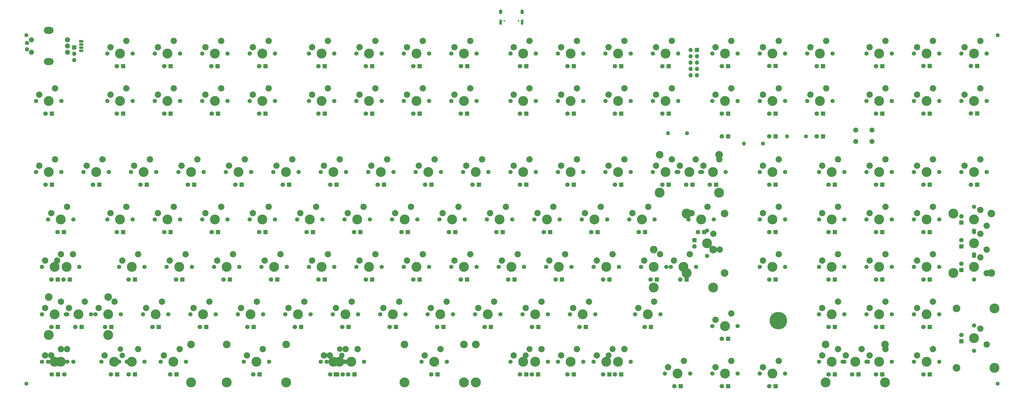
<source format=gbr>
G04 #@! TF.GenerationSoftware,KiCad,Pcbnew,(5.99.0-3379-gdb40e0c595)*
G04 #@! TF.CreationDate,2020-09-18T00:05:36-04:00*
G04 #@! TF.ProjectId,Boston-keyboard-S,426f7374-6f6e-42d6-9b65-79626f617264,rev?*
G04 #@! TF.SameCoordinates,Original*
G04 #@! TF.FileFunction,Soldermask,Top*
G04 #@! TF.FilePolarity,Negative*
%FSLAX46Y46*%
G04 Gerber Fmt 4.6, Leading zero omitted, Abs format (unit mm)*
G04 Created by KiCad (PCBNEW (5.99.0-3379-gdb40e0c595)) date 2020-09-18 00:05:36*
%MOMM*%
%LPD*%
G01*
G04 APERTURE LIST*
%ADD10R,1.800000X1.800000*%
%ADD11C,1.800000*%
%ADD12R,2.200000X1.800000*%
%ADD13R,1.700000X1.700000*%
%ADD14O,1.700000X1.700000*%
%ADD15C,0.800000*%
%ADD16C,7.000000*%
%ADD17C,1.600000*%
%ADD18O,1.600000X1.600000*%
%ADD19C,1.596000*%
%ADD20C,1.700000*%
%ADD21C,2.032000*%
%ADD22O,3.900000X2.799999*%
%ADD23R,1.800000X1.070000*%
%ADD24O,1.800000X1.070000*%
%ADD25C,3.987800*%
%ADD26C,1.701800*%
%ADD27C,2.540000*%
%ADD28C,3.048000*%
%ADD29C,2.400000*%
%ADD30C,2.200000*%
%ADD31C,0.650000*%
%ADD32O,1.300000X1.900000*%
%ADD33O,1.100000X2.200000*%
%ADD34C,2.000000*%
%ADD35O,5.000000X1.701800*%
G04 APERTURE END LIST*
D10*
X69657600Y-168280000D03*
D11*
X72197600Y-168280000D03*
D12*
X181420000Y-168280000D03*
D11*
X183960000Y-168280000D03*
D10*
X381595000Y-130180000D03*
D11*
X379055000Y-130180000D03*
D13*
X76225000Y-36975000D03*
D14*
X76225000Y-39515000D03*
X76225000Y-42055000D03*
D10*
X181570000Y-92080000D03*
D11*
X179030000Y-92080000D03*
D10*
X419695000Y-168280000D03*
D11*
X417155000Y-168280000D03*
D15*
X360749655Y-144793345D03*
X358893500Y-149274500D03*
X361518500Y-146649500D03*
X357037345Y-148505655D03*
X357037345Y-144793345D03*
X358893500Y-144024500D03*
X360749655Y-148505655D03*
D16*
X358893500Y-146649500D03*
D15*
X356268500Y-146649500D03*
D10*
X253007500Y-130180000D03*
D11*
X250467500Y-130180000D03*
D10*
X69657600Y-168280000D03*
D11*
X67117600Y-168280000D03*
D10*
X238720000Y-92080000D03*
D11*
X236180000Y-92080000D03*
D10*
X152995000Y-111130000D03*
D11*
X150455000Y-111130000D03*
D10*
X333970000Y-92080000D03*
D11*
X331430000Y-92080000D03*
D10*
X167282500Y-149230000D03*
D11*
X164742500Y-149230000D03*
D10*
X233957500Y-63505000D03*
D11*
X231417500Y-63505000D03*
D10*
X338732500Y-153992500D03*
D11*
X336192500Y-153992500D03*
D10*
X419695000Y-92080000D03*
D11*
X417155000Y-92080000D03*
D10*
X438745000Y-44429600D03*
D11*
X436205000Y-44429600D03*
D10*
X114895000Y-63505000D03*
D11*
X112355000Y-63505000D03*
D10*
X195857500Y-44455000D03*
D11*
X193317500Y-44455000D03*
D10*
X114895000Y-111130000D03*
D11*
X112355000Y-111130000D03*
D10*
X400645000Y-63530400D03*
D11*
X398105000Y-63530400D03*
D10*
X419695000Y-44429600D03*
D11*
X417155000Y-44429600D03*
D10*
X381595000Y-149230000D03*
D11*
X379055000Y-149230000D03*
D10*
X276820000Y-168280000D03*
D11*
X274280000Y-168280000D03*
D10*
X233995600Y-44455000D03*
D11*
X231455600Y-44455000D03*
D10*
X432395000Y-107320000D03*
D11*
X432395000Y-104780000D03*
D10*
X138707500Y-130180000D03*
D11*
X136167500Y-130180000D03*
D10*
X210145000Y-111130000D03*
D11*
X207605000Y-111130000D03*
D10*
X314915000Y-92062500D03*
D11*
X312375000Y-92062500D03*
D10*
X257770000Y-44455000D03*
D11*
X255230000Y-44455000D03*
D10*
X329207500Y-111130000D03*
D11*
X326667500Y-111130000D03*
D10*
X67270000Y-92080000D03*
D11*
X64730000Y-92080000D03*
D10*
X357782500Y-111130000D03*
D11*
X355242500Y-111130000D03*
D10*
X91082500Y-149230000D03*
D11*
X88542500Y-149230000D03*
D10*
X381595000Y-92080000D03*
D11*
X379055000Y-92080000D03*
D10*
X119657500Y-130180000D03*
D11*
X117117500Y-130180000D03*
D10*
X419695000Y-149230000D03*
D11*
X417155000Y-149230000D03*
D10*
X257770000Y-63505000D03*
D11*
X255230000Y-63505000D03*
D10*
X314920000Y-63500000D03*
D11*
X312380000Y-63500000D03*
D10*
X438745000Y-63479600D03*
D11*
X436205000Y-63479600D03*
D10*
X338732500Y-72712500D03*
D11*
X336192500Y-72712500D03*
D10*
X432395000Y-116845000D03*
D11*
X432395000Y-114305000D03*
D10*
X219670000Y-92080000D03*
D11*
X217130000Y-92080000D03*
D10*
X69651250Y-130180000D03*
D11*
X67111250Y-130180000D03*
D10*
X114895000Y-44455000D03*
D11*
X112355000Y-44455000D03*
D10*
X432395000Y-154945000D03*
D11*
X432395000Y-152405000D03*
D10*
X152995000Y-44455000D03*
D11*
X150455000Y-44455000D03*
D10*
X205382500Y-149230000D03*
D11*
X202842500Y-149230000D03*
D10*
X214907500Y-44455000D03*
D11*
X212367500Y-44455000D03*
D10*
X105370000Y-92080000D03*
D11*
X102830000Y-92080000D03*
D10*
X295870000Y-63505000D03*
D11*
X293330000Y-63505000D03*
D17*
X352700000Y-75600000D03*
D18*
X345080000Y-75600000D03*
D10*
X338745200Y-44455000D03*
D11*
X336205200Y-44455000D03*
D10*
X200620000Y-92080000D03*
D11*
X198080000Y-92080000D03*
D10*
X419695000Y-63530400D03*
D11*
X417155000Y-63530400D03*
D10*
X93463750Y-168280000D03*
D11*
X90923750Y-168280000D03*
D10*
X438745000Y-92080000D03*
D11*
X436205000Y-92080000D03*
D10*
X186332500Y-149230000D03*
D11*
X183792500Y-149230000D03*
D10*
X276820000Y-92080000D03*
D11*
X274280000Y-92080000D03*
D12*
X181570000Y-168280000D03*
D11*
X179030000Y-168280000D03*
D10*
X357782500Y-130180000D03*
D11*
X355242500Y-130180000D03*
D19*
X447000000Y-32000000D03*
D10*
X357782500Y-72712500D03*
D11*
X355242500Y-72712500D03*
D10*
X338732500Y-63500000D03*
D11*
X336192500Y-63500000D03*
D10*
X95845000Y-63505000D03*
D11*
X93305000Y-63505000D03*
D10*
X176807500Y-44455000D03*
D11*
X174267500Y-44455000D03*
D10*
X172045000Y-111130000D03*
D11*
X169505000Y-111130000D03*
D10*
X176807500Y-63505000D03*
D11*
X174267500Y-63505000D03*
D10*
X176807500Y-130180000D03*
D11*
X174267500Y-130180000D03*
D10*
X381595000Y-168280000D03*
D11*
X379055000Y-168280000D03*
D10*
X276820000Y-63505000D03*
D11*
X274280000Y-63505000D03*
D10*
X325238750Y-114305000D03*
D11*
X325238750Y-116845000D03*
D10*
X100594800Y-168305400D03*
D11*
X98054800Y-168305400D03*
D10*
X69651250Y-149230000D03*
D11*
X67111250Y-149230000D03*
D10*
X400645000Y-130180000D03*
D11*
X398105000Y-130180000D03*
D10*
X150609000Y-168262000D03*
D11*
X148069000Y-168262000D03*
D10*
X222060000Y-168265000D03*
D11*
X219520000Y-168265000D03*
D10*
X162520000Y-92080000D03*
D11*
X159980000Y-92080000D03*
D10*
X248245000Y-111130000D03*
D11*
X245705000Y-111130000D03*
D10*
X400645000Y-149230000D03*
D11*
X398105000Y-149230000D03*
D10*
X400645000Y-92080000D03*
D11*
X398105000Y-92080000D03*
D10*
X95845000Y-44455000D03*
D11*
X93305000Y-44455000D03*
D19*
X57000000Y-172000000D03*
D10*
X257770000Y-92080000D03*
D11*
X255230000Y-92080000D03*
D10*
X291094800Y-168280000D03*
D11*
X288554800Y-168280000D03*
D10*
X157757500Y-130180000D03*
D11*
X155217500Y-130180000D03*
D10*
X191095000Y-111130000D03*
D11*
X188555000Y-111130000D03*
D10*
X400645000Y-44480400D03*
D11*
X398105000Y-44480400D03*
D10*
X110132500Y-149230000D03*
D11*
X107592500Y-149230000D03*
D10*
X67270000Y-63530400D03*
D11*
X64730000Y-63530400D03*
D10*
X357800000Y-63500000D03*
D11*
X355260000Y-63500000D03*
D10*
X319682500Y-173042500D03*
D11*
X317142500Y-173042500D03*
D20*
X57255000Y-35175000D03*
D14*
X57255000Y-37715000D03*
D10*
X262519800Y-168254600D03*
D11*
X259979800Y-168254600D03*
D10*
X295870000Y-168280000D03*
D11*
X293330000Y-168280000D03*
D10*
X322063750Y-130180000D03*
D11*
X319523750Y-130180000D03*
D10*
X276820000Y-44455000D03*
D11*
X274280000Y-44455000D03*
D10*
X357782500Y-92080000D03*
D11*
X355242500Y-92080000D03*
D10*
X224432500Y-149230000D03*
D11*
X221892500Y-149230000D03*
D10*
X229195000Y-111130000D03*
D11*
X226655000Y-111130000D03*
D10*
X357782500Y-173042500D03*
D11*
X355242500Y-173042500D03*
D10*
X133818000Y-44455000D03*
D11*
X131278000Y-44455000D03*
D19*
X57000000Y-32000000D03*
D10*
X262532500Y-149230000D03*
D11*
X259992500Y-149230000D03*
D10*
X432395000Y-126370000D03*
D11*
X432395000Y-123830000D03*
D10*
X188707400Y-168280000D03*
D11*
X186167400Y-168280000D03*
D10*
X324445000Y-92080000D03*
D11*
X321905000Y-92080000D03*
D10*
X100607500Y-130180000D03*
D11*
X98067500Y-130180000D03*
D10*
X376832500Y-63500000D03*
D11*
X374292500Y-63500000D03*
D10*
X419695000Y-130180000D03*
D11*
X417155000Y-130180000D03*
D10*
X419695000Y-111130000D03*
D11*
X417155000Y-111130000D03*
D10*
X72032500Y-111130000D03*
D11*
X69492500Y-111130000D03*
D10*
X291107500Y-130180000D03*
D11*
X288567500Y-130180000D03*
D10*
X338732500Y-173042500D03*
D11*
X336192500Y-173042500D03*
D10*
X286345000Y-111130000D03*
D11*
X283805000Y-111130000D03*
D21*
X73500000Y-38875000D03*
X73500000Y-33875000D03*
X73500000Y-36375000D03*
D22*
X66000000Y-30125000D03*
X66000000Y-42625000D03*
D21*
X59000000Y-38875000D03*
X59000000Y-33875000D03*
D10*
X307776250Y-149230000D03*
D11*
X305236250Y-149230000D03*
D10*
X152995000Y-63505000D03*
D11*
X150455000Y-63505000D03*
D10*
X272057500Y-130180000D03*
D11*
X269517500Y-130180000D03*
D10*
X124420000Y-92080000D03*
D11*
X121880000Y-92080000D03*
D10*
X233957500Y-130180000D03*
D11*
X231417500Y-130180000D03*
D10*
X117282600Y-168280000D03*
D11*
X114742600Y-168280000D03*
D10*
X314920000Y-44455000D03*
D11*
X312380000Y-44455000D03*
D10*
X257770000Y-168280000D03*
D11*
X255230000Y-168280000D03*
D10*
X133945000Y-63505000D03*
D11*
X131405000Y-63505000D03*
D10*
X129182500Y-149230000D03*
D11*
X126642500Y-149230000D03*
D10*
X305395000Y-111130000D03*
D11*
X302855000Y-111130000D03*
D10*
X295870000Y-44455000D03*
D11*
X293330000Y-44455000D03*
D17*
X370000000Y-72700000D03*
D18*
X362380000Y-72700000D03*
D10*
X214907500Y-130180000D03*
D11*
X212367500Y-130180000D03*
D10*
X79176250Y-149230000D03*
D11*
X76636250Y-149230000D03*
D10*
X400645000Y-168280000D03*
D11*
X398105000Y-168280000D03*
D10*
X281582500Y-149230000D03*
D11*
X279042500Y-149230000D03*
D10*
X357782500Y-44429600D03*
D11*
X355242500Y-44429600D03*
D10*
X143470000Y-92080000D03*
D11*
X140930000Y-92080000D03*
D10*
X391120000Y-168280000D03*
D11*
X388580000Y-168280000D03*
D10*
X310157500Y-130180000D03*
D11*
X307617500Y-130180000D03*
D10*
X295870000Y-92080000D03*
D11*
X293330000Y-92080000D03*
D10*
X95845000Y-111130000D03*
D11*
X93305000Y-111130000D03*
D13*
X326250000Y-38000000D03*
D14*
X323710000Y-38000000D03*
X326250000Y-40540000D03*
X323710000Y-40540000D03*
X326250000Y-43080000D03*
X323710000Y-43080000D03*
X326250000Y-45620000D03*
X323710000Y-45620000D03*
X326250000Y-48160000D03*
X323710000Y-48160000D03*
D23*
X79000000Y-34470000D03*
D24*
X79000000Y-35740000D03*
X79000000Y-37010000D03*
X79000000Y-38280000D03*
D10*
X74413750Y-130180000D03*
D11*
X71873750Y-130180000D03*
D10*
X214907500Y-63505000D03*
D11*
X212367500Y-63505000D03*
D10*
X376832500Y-72712500D03*
D11*
X374292500Y-72712500D03*
D17*
X322220000Y-71400000D03*
D18*
X314600000Y-71400000D03*
D10*
X376832500Y-44480400D03*
D11*
X374292500Y-44480400D03*
D10*
X86320000Y-92080000D03*
D11*
X83780000Y-92080000D03*
D10*
X267295000Y-111130000D03*
D11*
X264755000Y-111130000D03*
D10*
X243482500Y-149230000D03*
D11*
X240942500Y-149230000D03*
D10*
X133945000Y-111130000D03*
D11*
X131405000Y-111130000D03*
D10*
X195857500Y-130180000D03*
D11*
X193317500Y-130180000D03*
D10*
X381595000Y-111130000D03*
D11*
X379055000Y-111130000D03*
D19*
X447000000Y-172000000D03*
D10*
X148232500Y-149230000D03*
D11*
X145692500Y-149230000D03*
D10*
X195857500Y-63505000D03*
D11*
X193317500Y-63505000D03*
D10*
X400645000Y-111130000D03*
D11*
X398105000Y-111130000D03*
D25*
X275550000Y-87000000D03*
D26*
X280630000Y-87000000D03*
X270470000Y-87000000D03*
D27*
X278090000Y-81920000D03*
X271740000Y-84460000D03*
D28*
X401788000Y-156215000D03*
D25*
X401788000Y-171455000D03*
D28*
X377912000Y-156215000D03*
D26*
X394930000Y-163200000D03*
X384770000Y-163200000D03*
D25*
X377912000Y-171455000D03*
X389850000Y-163200000D03*
D27*
X392390000Y-158120000D03*
X386040000Y-160660000D03*
D26*
X256817500Y-125100000D03*
D25*
X251737500Y-125100000D03*
D26*
X246657500Y-125100000D03*
D27*
X254277500Y-120020000D03*
X247927500Y-122560000D03*
D26*
X413345000Y-163200000D03*
X423505000Y-163200000D03*
D25*
X418425000Y-163200000D03*
D27*
X420965000Y-158120000D03*
X414615000Y-160660000D03*
D26*
X261580000Y-163200000D03*
D25*
X256500000Y-163200000D03*
D26*
X251420000Y-163200000D03*
D29*
X259040000Y-158120000D03*
D27*
X252690000Y-160660000D03*
D26*
X99655000Y-58425000D03*
X89495000Y-58425000D03*
D25*
X94575000Y-58425000D03*
D27*
X97115000Y-53345000D03*
X90765000Y-55885000D03*
D26*
X299045000Y-106050000D03*
X309205000Y-106050000D03*
D25*
X304125000Y-106050000D03*
D27*
X306665000Y-100970000D03*
X300315000Y-103510000D03*
D26*
X218717500Y-39375000D03*
D25*
X213637500Y-39375000D03*
D26*
X208557500Y-39375000D03*
D27*
X216177500Y-34295000D03*
X209827500Y-36835000D03*
D26*
X437475000Y-111130000D03*
D25*
X437475000Y-106050000D03*
D26*
X437475000Y-100970000D03*
D27*
X442555000Y-108590000D03*
X440015000Y-102240000D03*
D26*
X342542500Y-58425000D03*
X332382500Y-58425000D03*
D25*
X337462500Y-58425000D03*
D27*
X340002500Y-53345000D03*
X333652500Y-55885000D03*
D26*
X351432500Y-125100000D03*
D25*
X356512500Y-125100000D03*
D26*
X361592500Y-125100000D03*
D27*
X359052500Y-120020000D03*
X352702500Y-122560000D03*
D26*
X351432500Y-106050000D03*
X361592500Y-106050000D03*
D25*
X356512500Y-106050000D03*
D27*
X359052500Y-100970000D03*
X352702500Y-103510000D03*
D25*
X418425000Y-125100000D03*
D26*
X423505000Y-125100000D03*
X413345000Y-125100000D03*
D27*
X420965000Y-120020000D03*
X414615000Y-122560000D03*
D26*
X97273750Y-163200000D03*
D25*
X92193750Y-163200000D03*
D26*
X87113750Y-163200000D03*
D30*
X94733750Y-158120000D03*
D27*
X88383750Y-160660000D03*
D25*
X89844250Y-152405000D03*
D26*
X72826250Y-144150000D03*
D28*
X89844250Y-137165000D03*
D26*
X82986250Y-144150000D03*
D28*
X65968250Y-137165000D03*
D25*
X77906250Y-144150000D03*
X65968250Y-152405000D03*
D27*
X80446250Y-139070000D03*
X74096250Y-141610000D03*
D26*
X142517500Y-125100000D03*
D25*
X137437500Y-125100000D03*
D26*
X132357500Y-125100000D03*
D27*
X139977500Y-120020000D03*
X133627500Y-122560000D03*
D25*
X294600000Y-39375000D03*
D26*
X299680000Y-39375000D03*
X289520000Y-39375000D03*
D27*
X297140000Y-34295000D03*
X290790000Y-36835000D03*
D25*
X327937500Y-106050000D03*
D26*
X322857500Y-106050000D03*
X333017500Y-106050000D03*
D27*
X330477500Y-100970000D03*
X324127500Y-103510000D03*
D25*
X127912500Y-144150000D03*
D26*
X132992500Y-144150000D03*
X122832500Y-144150000D03*
D27*
X130452500Y-139070000D03*
X124102500Y-141610000D03*
D25*
X261262500Y-144150000D03*
D26*
X266342500Y-144150000D03*
X256182500Y-144150000D03*
D27*
X263802500Y-139070000D03*
X257452500Y-141610000D03*
D25*
X68381250Y-144150000D03*
D26*
X63301250Y-144150000D03*
X73461250Y-144150000D03*
D27*
X70921250Y-139070000D03*
X64571250Y-141610000D03*
D26*
X208557500Y-125100000D03*
X218717500Y-125100000D03*
D25*
X213637500Y-125100000D03*
D27*
X216177500Y-120020000D03*
X209827500Y-122560000D03*
D25*
X180300000Y-87000000D03*
D26*
X175220000Y-87000000D03*
X185380000Y-87000000D03*
D27*
X182840000Y-81920000D03*
X176490000Y-84460000D03*
D25*
X332731964Y-133355000D03*
X308855964Y-133355000D03*
D26*
X325873964Y-125100000D03*
X315713964Y-125100000D03*
D28*
X332731964Y-118115000D03*
D25*
X320793964Y-125100000D03*
D28*
X308855964Y-118115000D03*
D27*
X323333964Y-120020000D03*
X316983964Y-122560000D03*
D26*
X289520000Y-87000000D03*
D25*
X294600000Y-87000000D03*
D26*
X299680000Y-87000000D03*
D27*
X297140000Y-81920000D03*
X290790000Y-84460000D03*
D25*
X151725000Y-58425000D03*
D26*
X156805000Y-58425000D03*
X146645000Y-58425000D03*
D27*
X154265000Y-53345000D03*
X147915000Y-55885000D03*
D26*
X199667500Y-125100000D03*
D25*
X194587500Y-125100000D03*
D26*
X189507500Y-125100000D03*
D27*
X197127500Y-120020000D03*
X190777500Y-122560000D03*
D26*
X251420160Y-39375000D03*
X261580160Y-39375000D03*
D25*
X256500160Y-39375000D03*
D27*
X259040160Y-34295000D03*
X252690160Y-36835000D03*
D25*
X218400000Y-87000000D03*
D26*
X223480000Y-87000000D03*
X213320000Y-87000000D03*
D27*
X220940000Y-81920000D03*
X214590000Y-84460000D03*
D26*
X442555000Y-87000000D03*
D25*
X437475000Y-87000000D03*
D26*
X432395000Y-87000000D03*
D27*
X440015000Y-81920000D03*
X433665000Y-84460000D03*
D26*
X108545000Y-106050000D03*
D25*
X113625000Y-106050000D03*
D26*
X118705000Y-106050000D03*
D27*
X116165000Y-100970000D03*
X109815000Y-103510000D03*
D26*
X284757500Y-163200000D03*
X294917500Y-163200000D03*
D25*
X289837500Y-163200000D03*
D29*
X292377500Y-158120000D03*
D27*
X286027500Y-160660000D03*
D25*
X189825000Y-106050000D03*
D26*
X194905000Y-106050000D03*
X184745000Y-106050000D03*
D27*
X192365000Y-100970000D03*
X186015000Y-103510000D03*
D26*
X113942500Y-144150000D03*
X103782500Y-144150000D03*
D25*
X108862500Y-144150000D03*
D27*
X111402500Y-139070000D03*
X105052500Y-141610000D03*
D26*
X404455000Y-144150000D03*
D25*
X399375000Y-144150000D03*
D26*
X394295000Y-144150000D03*
D27*
X401915000Y-139070000D03*
X395565000Y-141610000D03*
D26*
X179982500Y-144150000D03*
D25*
X185062500Y-144150000D03*
D26*
X190142500Y-144150000D03*
D27*
X187602500Y-139070000D03*
X181252500Y-141610000D03*
D26*
X79970000Y-87000000D03*
X90130000Y-87000000D03*
D25*
X85050000Y-87000000D03*
D27*
X87590000Y-81920000D03*
X81240000Y-84460000D03*
D26*
X318730000Y-87000000D03*
D25*
X313650000Y-87000000D03*
D26*
X308570000Y-87000000D03*
D27*
X316190000Y-81920000D03*
X309840000Y-84460000D03*
D26*
X128230000Y-87000000D03*
D25*
X123150000Y-87000000D03*
D26*
X118070000Y-87000000D03*
D27*
X125690000Y-81920000D03*
X119340000Y-84460000D03*
D26*
X413345000Y-87000000D03*
X423505000Y-87000000D03*
D25*
X418425000Y-87000000D03*
D27*
X420965000Y-81920000D03*
X414615000Y-84460000D03*
D25*
X437475000Y-58425000D03*
D26*
X432395000Y-58425000D03*
X442555000Y-58425000D03*
D27*
X440015000Y-53345000D03*
X433665000Y-55885000D03*
D26*
X199667606Y-39375000D03*
D25*
X194587606Y-39375000D03*
D26*
X189507606Y-39375000D03*
D27*
X197127606Y-34295000D03*
X190777606Y-36835000D03*
D26*
X404455000Y-39375000D03*
D25*
X399375000Y-39375000D03*
D26*
X394295000Y-39375000D03*
D27*
X401915000Y-34295000D03*
X395565000Y-36835000D03*
D26*
X385405000Y-163200000D03*
X375245000Y-163200000D03*
D25*
X380325000Y-163200000D03*
D27*
X382865000Y-158120000D03*
X376515000Y-160660000D03*
D25*
X151725000Y-39375000D03*
D26*
X156805000Y-39375000D03*
X146645000Y-39375000D03*
D27*
X154265000Y-34295000D03*
X147915000Y-36835000D03*
D25*
X270787500Y-125100000D03*
D26*
X275867500Y-125100000D03*
X265707500Y-125100000D03*
D27*
X273327500Y-120020000D03*
X266977500Y-122560000D03*
D26*
X237767500Y-58425000D03*
X227607500Y-58425000D03*
D25*
X232687500Y-58425000D03*
D27*
X235227500Y-53345000D03*
X228877500Y-55885000D03*
D31*
X254627000Y-26249000D03*
X248847000Y-26249000D03*
D32*
X256037000Y-22600000D03*
D33*
X247437000Y-26800000D03*
D32*
X247437000Y-22600000D03*
D33*
X256037000Y-26800000D03*
D25*
X399375000Y-125100000D03*
D26*
X404455000Y-125100000D03*
X394295000Y-125100000D03*
D27*
X401915000Y-120020000D03*
X395565000Y-122560000D03*
D25*
X275550000Y-39375000D03*
D26*
X280630000Y-39375000D03*
X270470000Y-39375000D03*
D27*
X278090000Y-34295000D03*
X271740000Y-36835000D03*
D25*
X337462500Y-148912500D03*
D26*
X342542500Y-148912500D03*
X332382500Y-148912500D03*
D27*
X340002500Y-143832500D03*
X333652500Y-146372500D03*
D26*
X209192500Y-144150000D03*
D25*
X204112500Y-144150000D03*
D26*
X199032500Y-144150000D03*
D27*
X206652500Y-139070000D03*
X200302500Y-141610000D03*
D28*
X208843250Y-156215000D03*
X232719250Y-156215000D03*
D26*
X225861250Y-163200000D03*
D25*
X208843250Y-171455000D03*
X220781250Y-163200000D03*
D26*
X215701250Y-163200000D03*
D25*
X232719250Y-171455000D03*
D27*
X223321250Y-158120000D03*
X216971250Y-160660000D03*
D28*
X337303750Y-127513000D03*
D25*
X330318750Y-115575000D03*
D28*
X337303750Y-103637000D03*
D25*
X322063750Y-127513000D03*
D26*
X330318750Y-120655000D03*
X330318750Y-110495000D03*
D25*
X322063750Y-103637000D03*
D27*
X335398750Y-118115000D03*
X332858750Y-111765000D03*
D26*
X170457500Y-58425000D03*
D25*
X175537500Y-58425000D03*
D26*
X180617500Y-58425000D03*
D27*
X178077500Y-53345000D03*
X171727500Y-55885000D03*
D26*
X437475000Y-120020000D03*
D25*
X437475000Y-125100000D03*
D26*
X437475000Y-130180000D03*
D27*
X442555000Y-127640000D03*
X440015000Y-121290000D03*
D26*
X327620000Y-87000000D03*
D25*
X332700000Y-87000000D03*
D26*
X337780000Y-87000000D03*
D27*
X335240000Y-81920000D03*
X328890000Y-84460000D03*
D26*
X187761250Y-163200000D03*
D25*
X182681250Y-163200000D03*
D26*
X177601250Y-163200000D03*
D27*
X185221250Y-158120000D03*
X178871250Y-160660000D03*
D26*
X170457590Y-39375000D03*
D25*
X175537590Y-39375000D03*
D26*
X180617590Y-39375000D03*
D27*
X178077590Y-34295000D03*
X171727590Y-36835000D03*
D25*
X285075000Y-106050000D03*
D26*
X290155000Y-106050000D03*
X279995000Y-106050000D03*
D27*
X287615000Y-100970000D03*
X281265000Y-103510000D03*
D26*
X394295000Y-106050000D03*
D25*
X399375000Y-106050000D03*
D26*
X404455000Y-106050000D03*
D27*
X401915000Y-100970000D03*
X395565000Y-103510000D03*
D26*
X118705000Y-39375000D03*
D25*
X113625000Y-39375000D03*
D26*
X108545000Y-39375000D03*
D27*
X116165000Y-34295000D03*
X109815000Y-36835000D03*
D26*
X227607500Y-125100000D03*
X237767500Y-125100000D03*
D25*
X232687500Y-125100000D03*
D27*
X235227500Y-120020000D03*
X228877500Y-122560000D03*
D26*
X127595000Y-106050000D03*
X137755000Y-106050000D03*
D25*
X132675000Y-106050000D03*
D27*
X135215000Y-100970000D03*
X128865000Y-103510000D03*
D26*
X189507500Y-58425000D03*
X199667500Y-58425000D03*
D25*
X194587500Y-58425000D03*
D27*
X197127500Y-53345000D03*
X190777500Y-55885000D03*
D34*
X396500000Y-70170000D03*
X390000000Y-70170000D03*
X390000000Y-74670000D03*
X396500000Y-74670000D03*
D25*
X137405750Y-171455000D03*
D26*
X154423750Y-163200000D03*
D25*
X161281750Y-171455000D03*
D28*
X137405750Y-156215000D03*
X161281750Y-156215000D03*
D25*
X149343750Y-163200000D03*
D26*
X144263750Y-163200000D03*
D27*
X151883750Y-158120000D03*
X145533750Y-160660000D03*
D25*
X237450000Y-171455000D03*
D35*
X185380000Y-163200000D03*
D26*
X175220000Y-163200000D03*
D28*
X123150000Y-156215000D03*
D25*
X180300000Y-163200000D03*
D28*
X237450000Y-156215000D03*
D25*
X123150000Y-171455000D03*
D30*
X182840000Y-158120000D03*
D27*
X176490000Y-160660000D03*
D26*
X394295000Y-163200000D03*
X404455000Y-163200000D03*
D25*
X399375000Y-163200000D03*
D27*
X401915000Y-158120000D03*
X395565000Y-160660000D03*
D26*
X160932500Y-144150000D03*
X171092500Y-144150000D03*
D25*
X166012500Y-144150000D03*
D27*
X168552500Y-139070000D03*
X162202500Y-141610000D03*
D25*
X337462500Y-167962500D03*
D26*
X332382500Y-167962500D03*
X342542500Y-167962500D03*
D27*
X340002500Y-162882500D03*
X333652500Y-165422500D03*
D26*
X65682500Y-106050000D03*
D25*
X70762500Y-106050000D03*
D26*
X75842500Y-106050000D03*
D27*
X73302500Y-100970000D03*
X66952500Y-103510000D03*
D26*
X89495000Y-106050000D03*
X99655000Y-106050000D03*
D25*
X94575000Y-106050000D03*
D27*
X97115000Y-100970000D03*
X90765000Y-103510000D03*
D25*
X66000000Y-58425000D03*
D26*
X71080000Y-58425000D03*
X60920000Y-58425000D03*
D27*
X68540000Y-53345000D03*
X62190000Y-55885000D03*
D26*
X308570000Y-39375000D03*
D25*
X313650000Y-39375000D03*
D26*
X318730000Y-39375000D03*
D27*
X316190000Y-34295000D03*
X309840000Y-36835000D03*
D26*
X361592500Y-167962500D03*
X351432500Y-167962500D03*
D25*
X356512500Y-167962500D03*
D27*
X359052500Y-162882500D03*
X352702500Y-165422500D03*
D25*
X256500000Y-87000000D03*
D26*
X261580000Y-87000000D03*
X251420000Y-87000000D03*
D27*
X259040000Y-81920000D03*
X252690000Y-84460000D03*
D25*
X94575000Y-39375000D03*
D26*
X89495000Y-39375000D03*
X99655000Y-39375000D03*
D27*
X97115000Y-34295000D03*
X90765000Y-36835000D03*
D25*
X142200000Y-87000000D03*
D26*
X147280000Y-87000000D03*
X137120000Y-87000000D03*
D27*
X144740000Y-81920000D03*
X138390000Y-84460000D03*
D26*
X437475000Y-120655000D03*
D25*
X429220000Y-103637000D03*
D26*
X437475000Y-110495000D03*
D25*
X437475000Y-115575000D03*
D28*
X444460000Y-103637000D03*
X444460000Y-127513000D03*
D25*
X429220000Y-127513000D03*
D27*
X442555000Y-118115000D03*
X440015000Y-111765000D03*
D25*
X356512500Y-58425000D03*
D26*
X361592500Y-58425000D03*
X351432500Y-58425000D03*
D27*
X359052500Y-53345000D03*
X352702500Y-55885000D03*
D25*
X223162500Y-144150000D03*
D26*
X228242500Y-144150000D03*
X218082500Y-144150000D03*
D27*
X225702500Y-139070000D03*
X219352500Y-141610000D03*
D26*
X351432500Y-39375000D03*
D25*
X356512500Y-39375000D03*
D26*
X361592500Y-39375000D03*
D27*
X359052500Y-34295000D03*
X352702500Y-36835000D03*
D26*
X63301250Y-125100000D03*
X73461250Y-125100000D03*
D25*
X68381250Y-125100000D03*
D27*
X70921250Y-120020000D03*
X64571250Y-122560000D03*
D25*
X275550000Y-163200000D03*
D26*
X270470000Y-163200000D03*
X280630000Y-163200000D03*
D27*
X278090000Y-158120000D03*
X271740000Y-160660000D03*
D26*
X75842500Y-163200000D03*
D25*
X70762500Y-163200000D03*
D26*
X65682500Y-163200000D03*
D27*
X73302500Y-158120000D03*
X66952500Y-160660000D03*
D26*
X121086250Y-163200000D03*
D25*
X116006250Y-163200000D03*
D26*
X110926250Y-163200000D03*
D27*
X118546250Y-158120000D03*
X112196250Y-160660000D03*
D25*
X375562500Y-39375000D03*
D26*
X380642500Y-39375000D03*
X370482500Y-39375000D03*
D27*
X378102500Y-34295000D03*
X371752500Y-36835000D03*
D25*
X437475000Y-39375000D03*
D26*
X432395000Y-39375000D03*
X442555000Y-39375000D03*
D27*
X440015000Y-34295000D03*
X433665000Y-36835000D03*
D26*
X313967500Y-125100000D03*
D25*
X308887500Y-125100000D03*
D26*
X303807500Y-125100000D03*
D27*
X311427500Y-120020000D03*
X305077500Y-122560000D03*
D25*
X399375000Y-87000000D03*
D26*
X394295000Y-87000000D03*
X404455000Y-87000000D03*
D27*
X401915000Y-81920000D03*
X395565000Y-84460000D03*
D26*
X137755000Y-39375000D03*
D25*
X132675000Y-39375000D03*
D26*
X127595000Y-39375000D03*
D27*
X135215000Y-34295000D03*
X128865000Y-36835000D03*
D26*
X84732500Y-144150000D03*
D25*
X89812500Y-144150000D03*
D26*
X94892500Y-144150000D03*
D27*
X92352500Y-139070000D03*
X86002500Y-141610000D03*
D26*
X242530000Y-87000000D03*
X232370000Y-87000000D03*
D25*
X237450000Y-87000000D03*
D27*
X239990000Y-81920000D03*
X233640000Y-84460000D03*
D26*
X342542500Y-39375000D03*
D25*
X337462500Y-39375000D03*
D26*
X332382500Y-39375000D03*
D27*
X340002500Y-34295000D03*
X333652500Y-36835000D03*
D26*
X152042500Y-144150000D03*
D25*
X146962500Y-144150000D03*
D26*
X141882500Y-144150000D03*
D27*
X149502500Y-139070000D03*
X143152500Y-141610000D03*
D26*
X423505000Y-144150000D03*
D25*
X418425000Y-144150000D03*
D26*
X413345000Y-144150000D03*
D27*
X420965000Y-139070000D03*
X414615000Y-141610000D03*
D26*
X99020000Y-87000000D03*
D25*
X104100000Y-87000000D03*
D26*
X109180000Y-87000000D03*
D27*
X106640000Y-81920000D03*
X100290000Y-84460000D03*
D26*
X71080000Y-87000000D03*
X60920000Y-87000000D03*
D25*
X66000000Y-87000000D03*
D27*
X68540000Y-81920000D03*
X62190000Y-84460000D03*
D26*
X68063750Y-125100000D03*
D25*
X73143750Y-125100000D03*
D26*
X78223750Y-125100000D03*
D27*
X75683750Y-120020000D03*
X69333750Y-122560000D03*
D25*
X156487500Y-125100000D03*
D26*
X151407500Y-125100000D03*
X161567500Y-125100000D03*
D27*
X159027500Y-120020000D03*
X152677500Y-122560000D03*
D26*
X280630000Y-58425000D03*
X270470000Y-58425000D03*
D25*
X275550000Y-58425000D03*
D27*
X278090000Y-53345000D03*
X271740000Y-55885000D03*
D26*
X170457500Y-125100000D03*
X180617500Y-125100000D03*
D25*
X175537500Y-125100000D03*
D27*
X178077500Y-120020000D03*
X171727500Y-122560000D03*
D26*
X423505000Y-106050000D03*
D25*
X418425000Y-106050000D03*
D26*
X413345000Y-106050000D03*
D27*
X420965000Y-100970000D03*
X414615000Y-103510000D03*
D26*
X247292500Y-144150000D03*
D25*
X242212500Y-144150000D03*
D26*
X237132500Y-144150000D03*
D27*
X244752500Y-139070000D03*
X238402500Y-141610000D03*
D26*
X118705000Y-58425000D03*
X108545000Y-58425000D03*
D25*
X113625000Y-58425000D03*
D27*
X116165000Y-53345000D03*
X109815000Y-55885000D03*
D26*
X256182500Y-163200000D03*
D25*
X261262500Y-163200000D03*
D26*
X266342500Y-163200000D03*
D27*
X263802500Y-158120000D03*
D29*
X257452500Y-160660000D03*
D26*
X156805000Y-106050000D03*
X146645000Y-106050000D03*
D25*
X151725000Y-106050000D03*
D27*
X154265000Y-100970000D03*
X147915000Y-103510000D03*
D25*
X380325000Y-106050000D03*
D26*
X375245000Y-106050000D03*
X385405000Y-106050000D03*
D27*
X382865000Y-100970000D03*
X376515000Y-103510000D03*
D26*
X251420000Y-58425000D03*
X261580000Y-58425000D03*
D25*
X256500000Y-58425000D03*
D27*
X259040000Y-53345000D03*
X252690000Y-55885000D03*
D26*
X318730000Y-58425000D03*
X308570000Y-58425000D03*
D25*
X313650000Y-58425000D03*
D27*
X316190000Y-53345000D03*
X309840000Y-55885000D03*
D26*
X237767500Y-39375000D03*
X227607500Y-39375000D03*
D25*
X232687500Y-39375000D03*
D27*
X235227500Y-34295000D03*
X228877500Y-36835000D03*
D25*
X380325000Y-125100000D03*
D26*
X385405000Y-125100000D03*
X375245000Y-125100000D03*
D27*
X382865000Y-120020000D03*
X376515000Y-122560000D03*
D26*
X299680000Y-58425000D03*
D25*
X294600000Y-58425000D03*
D26*
X289520000Y-58425000D03*
D27*
X297140000Y-53345000D03*
X290790000Y-55885000D03*
D26*
X260945000Y-106050000D03*
D25*
X266025000Y-106050000D03*
D26*
X271105000Y-106050000D03*
D27*
X268565000Y-100970000D03*
X262215000Y-103510000D03*
D26*
X284757500Y-125100000D03*
X294917500Y-125100000D03*
D25*
X289837500Y-125100000D03*
D27*
X292377500Y-120020000D03*
X286027500Y-122560000D03*
D25*
X161250000Y-87000000D03*
D26*
X166330000Y-87000000D03*
X156170000Y-87000000D03*
D27*
X163790000Y-81920000D03*
X157440000Y-84460000D03*
D25*
X99337500Y-125100000D03*
D26*
X104417500Y-125100000D03*
X94257500Y-125100000D03*
D27*
X101877500Y-120020000D03*
X95527500Y-122560000D03*
D25*
X375562500Y-58425000D03*
D26*
X380642500Y-58425000D03*
X370482500Y-58425000D03*
D27*
X378102500Y-53345000D03*
X371752500Y-55885000D03*
D26*
X113307500Y-125100000D03*
D25*
X118387500Y-125100000D03*
D26*
X123467500Y-125100000D03*
D27*
X120927500Y-120020000D03*
X114577500Y-122560000D03*
D26*
X252055000Y-106050000D03*
X241895000Y-106050000D03*
D25*
X246975000Y-106050000D03*
D27*
X249515000Y-100970000D03*
X243165000Y-103510000D03*
D25*
X380325000Y-144150000D03*
D26*
X385405000Y-144150000D03*
X375245000Y-144150000D03*
D27*
X382865000Y-139070000D03*
X376515000Y-141610000D03*
D26*
X413345000Y-39375000D03*
D25*
X418425000Y-39375000D03*
D26*
X423505000Y-39375000D03*
D27*
X420965000Y-34295000D03*
X414615000Y-36835000D03*
D25*
X99337500Y-163200000D03*
D26*
X94257500Y-163200000D03*
X104417500Y-163200000D03*
D27*
X101877500Y-158120000D03*
D30*
X95527500Y-160660000D03*
D26*
X208557500Y-58425000D03*
X218717500Y-58425000D03*
D25*
X213637500Y-58425000D03*
D27*
X216177500Y-53345000D03*
X209827500Y-55885000D03*
D26*
X311586250Y-144150000D03*
X301426250Y-144150000D03*
D25*
X306506250Y-144150000D03*
D27*
X309046250Y-139070000D03*
X302696250Y-141610000D03*
D25*
X132675000Y-58425000D03*
D26*
X137755000Y-58425000D03*
X127595000Y-58425000D03*
D27*
X135215000Y-53345000D03*
X128865000Y-55885000D03*
D26*
X275232500Y-144150000D03*
X285392500Y-144150000D03*
D25*
X280312500Y-144150000D03*
D27*
X282852500Y-139070000D03*
X276502500Y-141610000D03*
D26*
X328255000Y-87000000D03*
D28*
X311237000Y-80015000D03*
D25*
X311237000Y-95255000D03*
D28*
X335113000Y-80015000D03*
D25*
X323175000Y-87000000D03*
D26*
X318095000Y-87000000D03*
D25*
X335113000Y-95255000D03*
D27*
X325715000Y-81920000D03*
X319365000Y-84460000D03*
D26*
X394295000Y-58425000D03*
X404455000Y-58425000D03*
D25*
X399375000Y-58425000D03*
D27*
X401915000Y-53345000D03*
X395565000Y-55885000D03*
D26*
X203795000Y-106050000D03*
D25*
X208875000Y-106050000D03*
D26*
X213955000Y-106050000D03*
D27*
X211415000Y-100970000D03*
X205065000Y-103510000D03*
D25*
X380325000Y-87000000D03*
D26*
X375245000Y-87000000D03*
X385405000Y-87000000D03*
D27*
X382865000Y-81920000D03*
X376515000Y-84460000D03*
D25*
X237481750Y-171455000D03*
D28*
X137405750Y-156215000D03*
D25*
X187443750Y-163200000D03*
D26*
X182363750Y-163200000D03*
D28*
X237481750Y-156215000D03*
D25*
X137405750Y-171455000D03*
D26*
X192523750Y-163200000D03*
D27*
X189983750Y-158120000D03*
D30*
X183633750Y-160660000D03*
D25*
X318412500Y-167962500D03*
D26*
X323492500Y-167962500D03*
X313332500Y-167962500D03*
D27*
X320952500Y-162882500D03*
X314602500Y-165422500D03*
D26*
X437475000Y-158755000D03*
D25*
X445730000Y-141737000D03*
D26*
X437475000Y-148595000D03*
D25*
X437475000Y-153675000D03*
D28*
X430490000Y-165613000D03*
X430490000Y-141737000D03*
D25*
X445730000Y-165613000D03*
D27*
X442555000Y-156215000D03*
X440015000Y-149865000D03*
D26*
X63301250Y-163200000D03*
D25*
X68381250Y-163200000D03*
D26*
X73461250Y-163200000D03*
D27*
X70921250Y-158120000D03*
X64571250Y-160660000D03*
D26*
X351432500Y-87000000D03*
X361592500Y-87000000D03*
D25*
X356512500Y-87000000D03*
D27*
X359052500Y-81920000D03*
X352702500Y-84460000D03*
D25*
X199350000Y-87000000D03*
D26*
X194270000Y-87000000D03*
X204430000Y-87000000D03*
D27*
X201890000Y-81920000D03*
X195540000Y-84460000D03*
D26*
X423505000Y-58425000D03*
X413345000Y-58425000D03*
D25*
X418425000Y-58425000D03*
D27*
X420965000Y-53345000D03*
X414615000Y-55885000D03*
D26*
X299680000Y-163200000D03*
X289520000Y-163200000D03*
D25*
X294600000Y-163200000D03*
D27*
X297140000Y-158120000D03*
D29*
X290790000Y-160660000D03*
D26*
X175855000Y-106050000D03*
D25*
X170775000Y-106050000D03*
D26*
X165695000Y-106050000D03*
D27*
X173315000Y-100970000D03*
X166965000Y-103510000D03*
D26*
X222845000Y-106050000D03*
X233005000Y-106050000D03*
D25*
X227925000Y-106050000D03*
D27*
X230465000Y-100970000D03*
X224115000Y-103510000D03*
M02*

</source>
